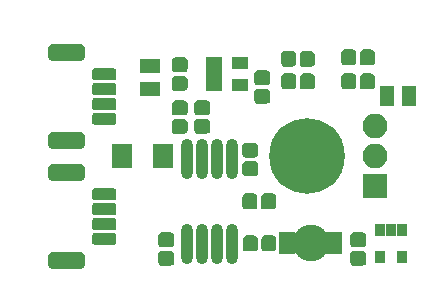
<source format=gbr>
G04 #@! TF.GenerationSoftware,KiCad,Pcbnew,(5.99.0-397-g773f45aae)*
G04 #@! TF.CreationDate,2019-12-11T08:39:11+01:00*
G04 #@! TF.ProjectId,TFRPM01A,54465250-4d30-4314-912e-6b696361645f,REV*
G04 #@! TF.SameCoordinates,Original*
G04 #@! TF.FileFunction,Soldermask,Bot*
G04 #@! TF.FilePolarity,Negative*
%FSLAX46Y46*%
G04 Gerber Fmt 4.6, Leading zero omitted, Abs format (unit mm)*
G04 Created by KiCad (PCBNEW (5.99.0-397-g773f45aae)) date 2019-12-11 08:39:11*
%MOMM*%
%LPD*%
G04 APERTURE LIST*
%ADD10O,2.100000X2.100000*%
%ADD11R,2.100000X2.100000*%
%ADD12O,1.009600X3.400000*%
%ADD13R,1.460000X1.050000*%
%ADD14R,0.910000X1.100000*%
%ADD15C,6.400000*%
%ADD16C,3.100000*%
%ADD17R,1.450000X1.900000*%
%ADD18R,1.700000X2.100000*%
%ADD19R,1.797000X1.289000*%
%ADD20R,1.289000X1.797000*%
G04 APERTURE END LIST*
D10*
G04 #@! TO.C,J1*
X138303000Y-129791096D03*
X138303000Y-132331096D03*
D11*
X138303000Y-134871096D03*
G04 #@! TD*
G04 #@! TO.C,C6*
G36*
X137371269Y-138773819D02*
G01*
X137467139Y-138829169D01*
X137538296Y-138913971D01*
X137581000Y-139073346D01*
X137581000Y-139710846D01*
X137561777Y-139819865D01*
X137506427Y-139915735D01*
X137421625Y-139986892D01*
X137262250Y-140029596D01*
X136549750Y-140029596D01*
X136440731Y-140010373D01*
X136344861Y-139955023D01*
X136273704Y-139870221D01*
X136231000Y-139710846D01*
X136231000Y-139073346D01*
X136250223Y-138964327D01*
X136305573Y-138868457D01*
X136390375Y-138797300D01*
X136549750Y-138754596D01*
X137262250Y-138754596D01*
X137371269Y-138773819D01*
G37*
G36*
X137371269Y-140348819D02*
G01*
X137467139Y-140404169D01*
X137538296Y-140488971D01*
X137581000Y-140648346D01*
X137581000Y-141285846D01*
X137561777Y-141394865D01*
X137506427Y-141490735D01*
X137421625Y-141561892D01*
X137262250Y-141604596D01*
X136549750Y-141604596D01*
X136440731Y-141585373D01*
X136344861Y-141530023D01*
X136273704Y-141445221D01*
X136231000Y-141285846D01*
X136231000Y-140648346D01*
X136250223Y-140539327D01*
X136305573Y-140443457D01*
X136390375Y-140372300D01*
X136549750Y-140329596D01*
X137262250Y-140329596D01*
X137371269Y-140348819D01*
G37*
G04 #@! TD*
G04 #@! TO.C,C5*
G36*
X128227269Y-132754319D02*
G01*
X128323139Y-132809669D01*
X128394296Y-132894471D01*
X128437000Y-133053846D01*
X128437000Y-133691346D01*
X128417777Y-133800365D01*
X128362427Y-133896235D01*
X128277625Y-133967392D01*
X128118250Y-134010096D01*
X127405750Y-134010096D01*
X127296731Y-133990873D01*
X127200861Y-133935523D01*
X127129704Y-133850721D01*
X127087000Y-133691346D01*
X127087000Y-133053846D01*
X127106223Y-132944827D01*
X127161573Y-132848957D01*
X127246375Y-132777800D01*
X127405750Y-132735096D01*
X128118250Y-132735096D01*
X128227269Y-132754319D01*
G37*
G36*
X128227269Y-131179319D02*
G01*
X128323139Y-131234669D01*
X128394296Y-131319471D01*
X128437000Y-131478846D01*
X128437000Y-132116346D01*
X128417777Y-132225365D01*
X128362427Y-132321235D01*
X128277625Y-132392392D01*
X128118250Y-132435096D01*
X127405750Y-132435096D01*
X127296731Y-132415873D01*
X127200861Y-132360523D01*
X127129704Y-132275721D01*
X127087000Y-132116346D01*
X127087000Y-131478846D01*
X127106223Y-131369827D01*
X127161573Y-131273957D01*
X127246375Y-131202800D01*
X127405750Y-131160096D01*
X128118250Y-131160096D01*
X128227269Y-131179319D01*
G37*
G04 #@! TD*
G04 #@! TO.C,J3*
G36*
X113507707Y-133007204D02*
G01*
X113612976Y-133067980D01*
X113691109Y-133161096D01*
X113738000Y-133336096D01*
X113738000Y-134036096D01*
X113716892Y-134155803D01*
X113656116Y-134261072D01*
X113563000Y-134339205D01*
X113388000Y-134386096D01*
X110988000Y-134386096D01*
X110868293Y-134364988D01*
X110763024Y-134304212D01*
X110684891Y-134211096D01*
X110638000Y-134036096D01*
X110638000Y-133336096D01*
X110659108Y-133216389D01*
X110719884Y-133111120D01*
X110813000Y-133032987D01*
X110988000Y-132986096D01*
X113388000Y-132986096D01*
X113507707Y-133007204D01*
G37*
G36*
X113507707Y-140457204D02*
G01*
X113612976Y-140517980D01*
X113691109Y-140611096D01*
X113738000Y-140786096D01*
X113738000Y-141486096D01*
X113716892Y-141605803D01*
X113656116Y-141711072D01*
X113563000Y-141789205D01*
X113388000Y-141836096D01*
X110988000Y-141836096D01*
X110868293Y-141814988D01*
X110763024Y-141754212D01*
X110684891Y-141661096D01*
X110638000Y-141486096D01*
X110638000Y-140786096D01*
X110659108Y-140666389D01*
X110719884Y-140561120D01*
X110813000Y-140482987D01*
X110988000Y-140436096D01*
X113388000Y-140436096D01*
X113507707Y-140457204D01*
G37*
G36*
X116283671Y-135055126D02*
G01*
X116364777Y-135109319D01*
X116418970Y-135190425D01*
X116438000Y-135286096D01*
X116438000Y-135786096D01*
X116418970Y-135881767D01*
X116364777Y-135962873D01*
X116283671Y-136017066D01*
X116188000Y-136036096D01*
X114588000Y-136036096D01*
X114492329Y-136017066D01*
X114411223Y-135962873D01*
X114357030Y-135881767D01*
X114338000Y-135786096D01*
X114338000Y-135286096D01*
X114357030Y-135190425D01*
X114411223Y-135109319D01*
X114492329Y-135055126D01*
X114588000Y-135036096D01*
X116188000Y-135036096D01*
X116283671Y-135055126D01*
G37*
G36*
X116283671Y-136305126D02*
G01*
X116364777Y-136359319D01*
X116418970Y-136440425D01*
X116438000Y-136536096D01*
X116438000Y-137036096D01*
X116418970Y-137131767D01*
X116364777Y-137212873D01*
X116283671Y-137267066D01*
X116188000Y-137286096D01*
X114588000Y-137286096D01*
X114492329Y-137267066D01*
X114411223Y-137212873D01*
X114357030Y-137131767D01*
X114338000Y-137036096D01*
X114338000Y-136536096D01*
X114357030Y-136440425D01*
X114411223Y-136359319D01*
X114492329Y-136305126D01*
X114588000Y-136286096D01*
X116188000Y-136286096D01*
X116283671Y-136305126D01*
G37*
G36*
X116283671Y-137555126D02*
G01*
X116364777Y-137609319D01*
X116418970Y-137690425D01*
X116438000Y-137786096D01*
X116438000Y-138286096D01*
X116418970Y-138381767D01*
X116364777Y-138462873D01*
X116283671Y-138517066D01*
X116188000Y-138536096D01*
X114588000Y-138536096D01*
X114492329Y-138517066D01*
X114411223Y-138462873D01*
X114357030Y-138381767D01*
X114338000Y-138286096D01*
X114338000Y-137786096D01*
X114357030Y-137690425D01*
X114411223Y-137609319D01*
X114492329Y-137555126D01*
X114588000Y-137536096D01*
X116188000Y-137536096D01*
X116283671Y-137555126D01*
G37*
G36*
X116283671Y-138805126D02*
G01*
X116364777Y-138859319D01*
X116418970Y-138940425D01*
X116438000Y-139036096D01*
X116438000Y-139536096D01*
X116418970Y-139631767D01*
X116364777Y-139712873D01*
X116283671Y-139767066D01*
X116188000Y-139786096D01*
X114588000Y-139786096D01*
X114492329Y-139767066D01*
X114411223Y-139712873D01*
X114357030Y-139631767D01*
X114338000Y-139536096D01*
X114338000Y-139036096D01*
X114357030Y-138940425D01*
X114411223Y-138859319D01*
X114492329Y-138805126D01*
X114588000Y-138786096D01*
X116188000Y-138786096D01*
X116283671Y-138805126D01*
G37*
G04 #@! TD*
D12*
G04 #@! TO.C,U1*
X126238000Y-139745096D03*
X124968000Y-139745096D03*
X123698000Y-139745096D03*
X122423000Y-139721096D03*
X122428000Y-132577096D03*
X123698000Y-132577096D03*
X124968000Y-132577096D03*
X126238000Y-132577096D03*
G04 #@! TD*
D13*
G04 #@! TO.C,U3*
X126873000Y-126296096D03*
X126873000Y-124396096D03*
X124673000Y-124396096D03*
X124673000Y-125346096D03*
X124673000Y-126296096D03*
G04 #@! TD*
D14*
G04 #@! TO.C,U2*
X138750000Y-140857096D03*
X140650000Y-140857096D03*
X140650000Y-138537096D03*
X139700000Y-138537096D03*
X138750000Y-138537096D03*
G04 #@! TD*
G04 #@! TO.C,R10*
G36*
X136520769Y-125325319D02*
G01*
X136616639Y-125380669D01*
X136687796Y-125465471D01*
X136730500Y-125624846D01*
X136730500Y-126337346D01*
X136711277Y-126446365D01*
X136655927Y-126542235D01*
X136571125Y-126613392D01*
X136411750Y-126656096D01*
X135774250Y-126656096D01*
X135665231Y-126636873D01*
X135569361Y-126581523D01*
X135498204Y-126496721D01*
X135455500Y-126337346D01*
X135455500Y-125624846D01*
X135474723Y-125515827D01*
X135530073Y-125419957D01*
X135614875Y-125348800D01*
X135774250Y-125306096D01*
X136411750Y-125306096D01*
X136520769Y-125325319D01*
G37*
G36*
X138095769Y-125325319D02*
G01*
X138191639Y-125380669D01*
X138262796Y-125465471D01*
X138305500Y-125624846D01*
X138305500Y-126337346D01*
X138286277Y-126446365D01*
X138230927Y-126542235D01*
X138146125Y-126613392D01*
X137986750Y-126656096D01*
X137349250Y-126656096D01*
X137240231Y-126636873D01*
X137144361Y-126581523D01*
X137073204Y-126496721D01*
X137030500Y-126337346D01*
X137030500Y-125624846D01*
X137049723Y-125515827D01*
X137105073Y-125419957D01*
X137189875Y-125348800D01*
X137349250Y-125306096D01*
X137986750Y-125306096D01*
X138095769Y-125325319D01*
G37*
G04 #@! TD*
G04 #@! TO.C,R8*
G36*
X133015769Y-125325319D02*
G01*
X133111639Y-125380669D01*
X133182796Y-125465471D01*
X133225500Y-125624846D01*
X133225500Y-126337346D01*
X133206277Y-126446365D01*
X133150927Y-126542235D01*
X133066125Y-126613392D01*
X132906750Y-126656096D01*
X132269250Y-126656096D01*
X132160231Y-126636873D01*
X132064361Y-126581523D01*
X131993204Y-126496721D01*
X131950500Y-126337346D01*
X131950500Y-125624846D01*
X131969723Y-125515827D01*
X132025073Y-125419957D01*
X132109875Y-125348800D01*
X132269250Y-125306096D01*
X132906750Y-125306096D01*
X133015769Y-125325319D01*
G37*
G36*
X131440769Y-125325319D02*
G01*
X131536639Y-125380669D01*
X131607796Y-125465471D01*
X131650500Y-125624846D01*
X131650500Y-126337346D01*
X131631277Y-126446365D01*
X131575927Y-126542235D01*
X131491125Y-126613392D01*
X131331750Y-126656096D01*
X130694250Y-126656096D01*
X130585231Y-126636873D01*
X130489361Y-126581523D01*
X130418204Y-126496721D01*
X130375500Y-126337346D01*
X130375500Y-125624846D01*
X130394723Y-125515827D01*
X130450073Y-125419957D01*
X130534875Y-125348800D01*
X130694250Y-125306096D01*
X131331750Y-125306096D01*
X131440769Y-125325319D01*
G37*
G04 #@! TD*
G04 #@! TO.C,R7*
G36*
X128164269Y-135485319D02*
G01*
X128260139Y-135540669D01*
X128331296Y-135625471D01*
X128374000Y-135784846D01*
X128374000Y-136497346D01*
X128354777Y-136606365D01*
X128299427Y-136702235D01*
X128214625Y-136773392D01*
X128055250Y-136816096D01*
X127417750Y-136816096D01*
X127308731Y-136796873D01*
X127212861Y-136741523D01*
X127141704Y-136656721D01*
X127099000Y-136497346D01*
X127099000Y-135784846D01*
X127118223Y-135675827D01*
X127173573Y-135579957D01*
X127258375Y-135508800D01*
X127417750Y-135466096D01*
X128055250Y-135466096D01*
X128164269Y-135485319D01*
G37*
G36*
X129739269Y-135485319D02*
G01*
X129835139Y-135540669D01*
X129906296Y-135625471D01*
X129949000Y-135784846D01*
X129949000Y-136497346D01*
X129929777Y-136606365D01*
X129874427Y-136702235D01*
X129789625Y-136773392D01*
X129630250Y-136816096D01*
X128992750Y-136816096D01*
X128883731Y-136796873D01*
X128787861Y-136741523D01*
X128716704Y-136656721D01*
X128674000Y-136497346D01*
X128674000Y-135784846D01*
X128693223Y-135675827D01*
X128748573Y-135579957D01*
X128833375Y-135508800D01*
X128992750Y-135466096D01*
X129630250Y-135466096D01*
X129739269Y-135485319D01*
G37*
G04 #@! TD*
G04 #@! TO.C,R6*
G36*
X133015769Y-123420319D02*
G01*
X133111639Y-123475669D01*
X133182796Y-123560471D01*
X133225500Y-123719846D01*
X133225500Y-124432346D01*
X133206277Y-124541365D01*
X133150927Y-124637235D01*
X133066125Y-124708392D01*
X132906750Y-124751096D01*
X132269250Y-124751096D01*
X132160231Y-124731873D01*
X132064361Y-124676523D01*
X131993204Y-124591721D01*
X131950500Y-124432346D01*
X131950500Y-123719846D01*
X131969723Y-123610827D01*
X132025073Y-123514957D01*
X132109875Y-123443800D01*
X132269250Y-123401096D01*
X132906750Y-123401096D01*
X133015769Y-123420319D01*
G37*
G36*
X131440769Y-123420319D02*
G01*
X131536639Y-123475669D01*
X131607796Y-123560471D01*
X131650500Y-123719846D01*
X131650500Y-124432346D01*
X131631277Y-124541365D01*
X131575927Y-124637235D01*
X131491125Y-124708392D01*
X131331750Y-124751096D01*
X130694250Y-124751096D01*
X130585231Y-124731873D01*
X130489361Y-124676523D01*
X130418204Y-124591721D01*
X130375500Y-124432346D01*
X130375500Y-123719846D01*
X130394723Y-123610827D01*
X130450073Y-123514957D01*
X130534875Y-123443800D01*
X130694250Y-123401096D01*
X131331750Y-123401096D01*
X131440769Y-123420319D01*
G37*
G04 #@! TD*
G04 #@! TO.C,R5*
G36*
X121115269Y-140348819D02*
G01*
X121211139Y-140404169D01*
X121282296Y-140488971D01*
X121325000Y-140648346D01*
X121325000Y-141285846D01*
X121305777Y-141394865D01*
X121250427Y-141490735D01*
X121165625Y-141561892D01*
X121006250Y-141604596D01*
X120293750Y-141604596D01*
X120184731Y-141585373D01*
X120088861Y-141530023D01*
X120017704Y-141445221D01*
X119975000Y-141285846D01*
X119975000Y-140648346D01*
X119994223Y-140539327D01*
X120049573Y-140443457D01*
X120134375Y-140372300D01*
X120293750Y-140329596D01*
X121006250Y-140329596D01*
X121115269Y-140348819D01*
G37*
G36*
X121115269Y-138773819D02*
G01*
X121211139Y-138829169D01*
X121282296Y-138913971D01*
X121325000Y-139073346D01*
X121325000Y-139710846D01*
X121305777Y-139819865D01*
X121250427Y-139915735D01*
X121165625Y-139986892D01*
X121006250Y-140029596D01*
X120293750Y-140029596D01*
X120184731Y-140010373D01*
X120088861Y-139955023D01*
X120017704Y-139870221D01*
X119975000Y-139710846D01*
X119975000Y-139073346D01*
X119994223Y-138964327D01*
X120049573Y-138868457D01*
X120134375Y-138797300D01*
X120293750Y-138754596D01*
X121006250Y-138754596D01*
X121115269Y-138773819D01*
G37*
G04 #@! TD*
G04 #@! TO.C,R4*
G36*
X129764769Y-139041319D02*
G01*
X129860639Y-139096669D01*
X129931796Y-139181471D01*
X129974500Y-139340846D01*
X129974500Y-140053346D01*
X129955277Y-140162365D01*
X129899927Y-140258235D01*
X129815125Y-140329392D01*
X129655750Y-140372096D01*
X129018250Y-140372096D01*
X128909231Y-140352873D01*
X128813361Y-140297523D01*
X128742204Y-140212721D01*
X128699500Y-140053346D01*
X128699500Y-139340846D01*
X128718723Y-139231827D01*
X128774073Y-139135957D01*
X128858875Y-139064800D01*
X129018250Y-139022096D01*
X129655750Y-139022096D01*
X129764769Y-139041319D01*
G37*
G36*
X128189769Y-139041319D02*
G01*
X128285639Y-139096669D01*
X128356796Y-139181471D01*
X128399500Y-139340846D01*
X128399500Y-140053346D01*
X128380277Y-140162365D01*
X128324927Y-140258235D01*
X128240125Y-140329392D01*
X128080750Y-140372096D01*
X127443250Y-140372096D01*
X127334231Y-140352873D01*
X127238361Y-140297523D01*
X127167204Y-140212721D01*
X127124500Y-140053346D01*
X127124500Y-139340846D01*
X127143723Y-139231827D01*
X127199073Y-139135957D01*
X127283875Y-139064800D01*
X127443250Y-139022096D01*
X128080750Y-139022096D01*
X128189769Y-139041319D01*
G37*
G04 #@! TD*
G04 #@! TO.C,R3*
G36*
X122258269Y-129172819D02*
G01*
X122354139Y-129228169D01*
X122425296Y-129312971D01*
X122468000Y-129472346D01*
X122468000Y-130109846D01*
X122448777Y-130218865D01*
X122393427Y-130314735D01*
X122308625Y-130385892D01*
X122149250Y-130428596D01*
X121436750Y-130428596D01*
X121327731Y-130409373D01*
X121231861Y-130354023D01*
X121160704Y-130269221D01*
X121118000Y-130109846D01*
X121118000Y-129472346D01*
X121137223Y-129363327D01*
X121192573Y-129267457D01*
X121277375Y-129196300D01*
X121436750Y-129153596D01*
X122149250Y-129153596D01*
X122258269Y-129172819D01*
G37*
G36*
X122258269Y-127597819D02*
G01*
X122354139Y-127653169D01*
X122425296Y-127737971D01*
X122468000Y-127897346D01*
X122468000Y-128534846D01*
X122448777Y-128643865D01*
X122393427Y-128739735D01*
X122308625Y-128810892D01*
X122149250Y-128853596D01*
X121436750Y-128853596D01*
X121327731Y-128834373D01*
X121231861Y-128779023D01*
X121160704Y-128694221D01*
X121118000Y-128534846D01*
X121118000Y-127897346D01*
X121137223Y-127788327D01*
X121192573Y-127692457D01*
X121277375Y-127621300D01*
X121436750Y-127578596D01*
X122149250Y-127578596D01*
X122258269Y-127597819D01*
G37*
G04 #@! TD*
G04 #@! TO.C,R2*
G36*
X124163269Y-129172819D02*
G01*
X124259139Y-129228169D01*
X124330296Y-129312971D01*
X124373000Y-129472346D01*
X124373000Y-130109846D01*
X124353777Y-130218865D01*
X124298427Y-130314735D01*
X124213625Y-130385892D01*
X124054250Y-130428596D01*
X123341750Y-130428596D01*
X123232731Y-130409373D01*
X123136861Y-130354023D01*
X123065704Y-130269221D01*
X123023000Y-130109846D01*
X123023000Y-129472346D01*
X123042223Y-129363327D01*
X123097573Y-129267457D01*
X123182375Y-129196300D01*
X123341750Y-129153596D01*
X124054250Y-129153596D01*
X124163269Y-129172819D01*
G37*
G36*
X124163269Y-127597819D02*
G01*
X124259139Y-127653169D01*
X124330296Y-127737971D01*
X124373000Y-127897346D01*
X124373000Y-128534846D01*
X124353777Y-128643865D01*
X124298427Y-128739735D01*
X124213625Y-128810892D01*
X124054250Y-128853596D01*
X123341750Y-128853596D01*
X123232731Y-128834373D01*
X123136861Y-128779023D01*
X123065704Y-128694221D01*
X123023000Y-128534846D01*
X123023000Y-127897346D01*
X123042223Y-127788327D01*
X123097573Y-127692457D01*
X123182375Y-127621300D01*
X123341750Y-127578596D01*
X124054250Y-127578596D01*
X124163269Y-127597819D01*
G37*
G04 #@! TD*
G04 #@! TO.C,R1*
G36*
X138095769Y-123293319D02*
G01*
X138191639Y-123348669D01*
X138262796Y-123433471D01*
X138305500Y-123592846D01*
X138305500Y-124305346D01*
X138286277Y-124414365D01*
X138230927Y-124510235D01*
X138146125Y-124581392D01*
X137986750Y-124624096D01*
X137349250Y-124624096D01*
X137240231Y-124604873D01*
X137144361Y-124549523D01*
X137073204Y-124464721D01*
X137030500Y-124305346D01*
X137030500Y-123592846D01*
X137049723Y-123483827D01*
X137105073Y-123387957D01*
X137189875Y-123316800D01*
X137349250Y-123274096D01*
X137986750Y-123274096D01*
X138095769Y-123293319D01*
G37*
G36*
X136520769Y-123293319D02*
G01*
X136616639Y-123348669D01*
X136687796Y-123433471D01*
X136730500Y-123592846D01*
X136730500Y-124305346D01*
X136711277Y-124414365D01*
X136655927Y-124510235D01*
X136571125Y-124581392D01*
X136411750Y-124624096D01*
X135774250Y-124624096D01*
X135665231Y-124604873D01*
X135569361Y-124549523D01*
X135498204Y-124464721D01*
X135455500Y-124305346D01*
X135455500Y-123592846D01*
X135474723Y-123483827D01*
X135530073Y-123387957D01*
X135614875Y-123316800D01*
X135774250Y-123274096D01*
X136411750Y-123274096D01*
X136520769Y-123293319D01*
G37*
G04 #@! TD*
D15*
G04 #@! TO.C,Me*
X132588000Y-132331096D03*
G04 #@! TD*
G04 #@! TO.C,J2*
G36*
X113507707Y-122847204D02*
G01*
X113612976Y-122907980D01*
X113691109Y-123001096D01*
X113738000Y-123176096D01*
X113738000Y-123876096D01*
X113716892Y-123995803D01*
X113656116Y-124101072D01*
X113563000Y-124179205D01*
X113388000Y-124226096D01*
X110988000Y-124226096D01*
X110868293Y-124204988D01*
X110763024Y-124144212D01*
X110684891Y-124051096D01*
X110638000Y-123876096D01*
X110638000Y-123176096D01*
X110659108Y-123056389D01*
X110719884Y-122951120D01*
X110813000Y-122872987D01*
X110988000Y-122826096D01*
X113388000Y-122826096D01*
X113507707Y-122847204D01*
G37*
G36*
X113507707Y-130297204D02*
G01*
X113612976Y-130357980D01*
X113691109Y-130451096D01*
X113738000Y-130626096D01*
X113738000Y-131326096D01*
X113716892Y-131445803D01*
X113656116Y-131551072D01*
X113563000Y-131629205D01*
X113388000Y-131676096D01*
X110988000Y-131676096D01*
X110868293Y-131654988D01*
X110763024Y-131594212D01*
X110684891Y-131501096D01*
X110638000Y-131326096D01*
X110638000Y-130626096D01*
X110659108Y-130506389D01*
X110719884Y-130401120D01*
X110813000Y-130322987D01*
X110988000Y-130276096D01*
X113388000Y-130276096D01*
X113507707Y-130297204D01*
G37*
G36*
X116283671Y-124895126D02*
G01*
X116364777Y-124949319D01*
X116418970Y-125030425D01*
X116438000Y-125126096D01*
X116438000Y-125626096D01*
X116418970Y-125721767D01*
X116364777Y-125802873D01*
X116283671Y-125857066D01*
X116188000Y-125876096D01*
X114588000Y-125876096D01*
X114492329Y-125857066D01*
X114411223Y-125802873D01*
X114357030Y-125721767D01*
X114338000Y-125626096D01*
X114338000Y-125126096D01*
X114357030Y-125030425D01*
X114411223Y-124949319D01*
X114492329Y-124895126D01*
X114588000Y-124876096D01*
X116188000Y-124876096D01*
X116283671Y-124895126D01*
G37*
G36*
X116283671Y-126145126D02*
G01*
X116364777Y-126199319D01*
X116418970Y-126280425D01*
X116438000Y-126376096D01*
X116438000Y-126876096D01*
X116418970Y-126971767D01*
X116364777Y-127052873D01*
X116283671Y-127107066D01*
X116188000Y-127126096D01*
X114588000Y-127126096D01*
X114492329Y-127107066D01*
X114411223Y-127052873D01*
X114357030Y-126971767D01*
X114338000Y-126876096D01*
X114338000Y-126376096D01*
X114357030Y-126280425D01*
X114411223Y-126199319D01*
X114492329Y-126145126D01*
X114588000Y-126126096D01*
X116188000Y-126126096D01*
X116283671Y-126145126D01*
G37*
G36*
X116283671Y-127395126D02*
G01*
X116364777Y-127449319D01*
X116418970Y-127530425D01*
X116438000Y-127626096D01*
X116438000Y-128126096D01*
X116418970Y-128221767D01*
X116364777Y-128302873D01*
X116283671Y-128357066D01*
X116188000Y-128376096D01*
X114588000Y-128376096D01*
X114492329Y-128357066D01*
X114411223Y-128302873D01*
X114357030Y-128221767D01*
X114338000Y-128126096D01*
X114338000Y-127626096D01*
X114357030Y-127530425D01*
X114411223Y-127449319D01*
X114492329Y-127395126D01*
X114588000Y-127376096D01*
X116188000Y-127376096D01*
X116283671Y-127395126D01*
G37*
G36*
X116283671Y-128645126D02*
G01*
X116364777Y-128699319D01*
X116418970Y-128780425D01*
X116438000Y-128876096D01*
X116438000Y-129376096D01*
X116418970Y-129471767D01*
X116364777Y-129552873D01*
X116283671Y-129607066D01*
X116188000Y-129626096D01*
X114588000Y-129626096D01*
X114492329Y-129607066D01*
X114411223Y-129552873D01*
X114357030Y-129471767D01*
X114338000Y-129376096D01*
X114338000Y-128876096D01*
X114357030Y-128780425D01*
X114411223Y-128699319D01*
X114492329Y-128645126D01*
X114588000Y-128626096D01*
X116188000Y-128626096D01*
X116283671Y-128645126D01*
G37*
G04 #@! TD*
D16*
G04 #@! TO.C,D2*
X132874000Y-139697096D03*
D17*
X134874000Y-139697096D03*
X130874000Y-139697096D03*
G04 #@! TD*
D18*
G04 #@! TO.C,D1*
X116868000Y-132331096D03*
X120368000Y-132331096D03*
G04 #@! TD*
G04 #@! TO.C,C4*
G36*
X122258269Y-123940319D02*
G01*
X122354139Y-123995669D01*
X122425296Y-124080471D01*
X122468000Y-124239846D01*
X122468000Y-124877346D01*
X122448777Y-124986365D01*
X122393427Y-125082235D01*
X122308625Y-125153392D01*
X122149250Y-125196096D01*
X121436750Y-125196096D01*
X121327731Y-125176873D01*
X121231861Y-125121523D01*
X121160704Y-125036721D01*
X121118000Y-124877346D01*
X121118000Y-124239846D01*
X121137223Y-124130827D01*
X121192573Y-124034957D01*
X121277375Y-123963800D01*
X121436750Y-123921096D01*
X122149250Y-123921096D01*
X122258269Y-123940319D01*
G37*
G36*
X122258269Y-125515319D02*
G01*
X122354139Y-125570669D01*
X122425296Y-125655471D01*
X122468000Y-125814846D01*
X122468000Y-126452346D01*
X122448777Y-126561365D01*
X122393427Y-126657235D01*
X122308625Y-126728392D01*
X122149250Y-126771096D01*
X121436750Y-126771096D01*
X121327731Y-126751873D01*
X121231861Y-126696523D01*
X121160704Y-126611721D01*
X121118000Y-126452346D01*
X121118000Y-125814846D01*
X121137223Y-125705827D01*
X121192573Y-125609957D01*
X121277375Y-125538800D01*
X121436750Y-125496096D01*
X122149250Y-125496096D01*
X122258269Y-125515319D01*
G37*
G04 #@! TD*
D19*
G04 #@! TO.C,C3*
X119253000Y-126616096D03*
X119253000Y-124711096D03*
G04 #@! TD*
D20*
G04 #@! TO.C,C2*
X141224000Y-127251096D03*
X139319000Y-127251096D03*
G04 #@! TD*
G04 #@! TO.C,C1*
G36*
X129243269Y-125057819D02*
G01*
X129339139Y-125113169D01*
X129410296Y-125197971D01*
X129453000Y-125357346D01*
X129453000Y-125994846D01*
X129433777Y-126103865D01*
X129378427Y-126199735D01*
X129293625Y-126270892D01*
X129134250Y-126313596D01*
X128421750Y-126313596D01*
X128312731Y-126294373D01*
X128216861Y-126239023D01*
X128145704Y-126154221D01*
X128103000Y-125994846D01*
X128103000Y-125357346D01*
X128122223Y-125248327D01*
X128177573Y-125152457D01*
X128262375Y-125081300D01*
X128421750Y-125038596D01*
X129134250Y-125038596D01*
X129243269Y-125057819D01*
G37*
G36*
X129243269Y-126632819D02*
G01*
X129339139Y-126688169D01*
X129410296Y-126772971D01*
X129453000Y-126932346D01*
X129453000Y-127569846D01*
X129433777Y-127678865D01*
X129378427Y-127774735D01*
X129293625Y-127845892D01*
X129134250Y-127888596D01*
X128421750Y-127888596D01*
X128312731Y-127869373D01*
X128216861Y-127814023D01*
X128145704Y-127729221D01*
X128103000Y-127569846D01*
X128103000Y-126932346D01*
X128122223Y-126823327D01*
X128177573Y-126727457D01*
X128262375Y-126656300D01*
X128421750Y-126613596D01*
X129134250Y-126613596D01*
X129243269Y-126632819D01*
G37*
G04 #@! TD*
M02*

</source>
